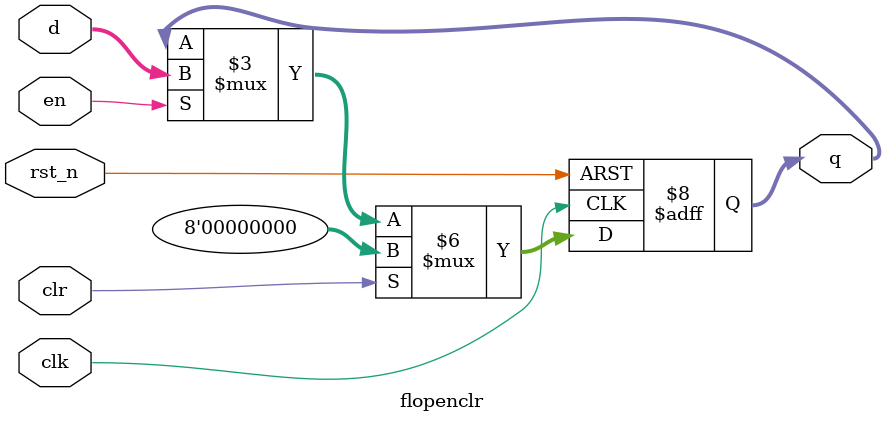
<source format=v>
module flopr #(parameter WIDTH = 8)
              (input                  clk, rst_n,
               input  [WIDTH-1:0]     d, 
               output reg [WIDTH-1:0] q);

  always @(posedge clk, negedge rst_n)
    if (!rst_n) q <= 0;
    else        q <= d;
endmodule

module flopenr #(parameter WIDTH = 8)
               (input                  clk, rst_n, en,
                input  [WIDTH-1:0]     d, 
                output reg [WIDTH-1:0] q);
    
    always @(posedge clk, negedge rst_n)
        if (!rst_n) q <= 0;
        else if (en) q <= d;
endmodule

module flopclr #(parameter WIDTH = 8)
                (input                  clk, rst_n, clr,
                 input  [WIDTH-1:0]     d, 
                 output reg [WIDTH-1:0] q);

  always @(posedge clk or negedge rst_n)
    if (!rst_n) q <= 0;
    else if (clr) q <= 0;
    else q <= d;
endmodule

module flopenclr #(parameter WIDTH = 8)
                  (input                  clk, rst_n, clr, en, 
                   input  [WIDTH-1:0]     d, 
                   output reg [WIDTH-1:0] q);

  always @(posedge clk or negedge rst_n)
    if (!rst_n) q <= 0;
    else if (clr) q <= 0;
    else if (en) q <= d;
endmodule

</source>
